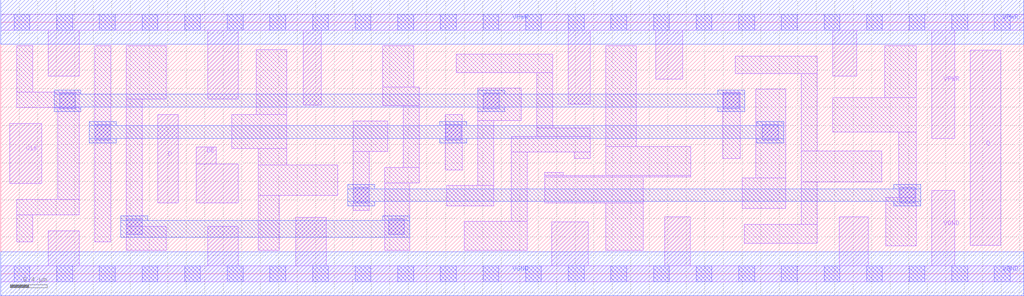
<source format=lef>
# Copyright 2020 The SkyWater PDK Authors
#
# Licensed under the Apache License, Version 2.0 (the "License");
# you may not use this file except in compliance with the License.
# You may obtain a copy of the License at
#
#     https://www.apache.org/licenses/LICENSE-2.0
#
# Unless required by applicable law or agreed to in writing, software
# distributed under the License is distributed on an "AS IS" BASIS,
# WITHOUT WARRANTIES OR CONDITIONS OF ANY KIND, either express or implied.
# See the License for the specific language governing permissions and
# limitations under the License.
#
# SPDX-License-Identifier: Apache-2.0

VERSION 5.7 ;
  NAMESCASESENSITIVE ON ;
  NOWIREEXTENSIONATPIN ON ;
  DIVIDERCHAR "/" ;
  BUSBITCHARS "[]" ;
UNITS
  DATABASE MICRONS 200 ;
END UNITS
MACRO sky130_fd_sc_hd__edfxtp_1
  CLASS CORE ;
  SOURCE USER ;
  FOREIGN sky130_fd_sc_hd__edfxtp_1 ;
  ORIGIN  0.000000  0.000000 ;
  SIZE  11.04000 BY  2.720000 ;
  SYMMETRY X Y R90 ;
  SITE unithd ;
  PIN D
    ANTENNAGATEAREA  0.159000 ;
    DIRECTION INPUT ;
    USE SIGNAL ;
    PORT
      LAYER li1 ;
        RECT 1.695000 0.765000 1.915000 1.720000 ;
    END
  END D
  PIN DE
    ANTENNAGATEAREA  0.318000 ;
    DIRECTION INPUT ;
    USE SIGNAL ;
    PORT
      LAYER li1 ;
        RECT 2.110000 0.765000 2.565000 1.185000 ;
        RECT 2.110000 1.185000 2.325000 1.370000 ;
    END
  END DE
  PIN Q
    ANTENNADIFFAREA  0.462000 ;
    DIRECTION OUTPUT ;
    USE SIGNAL ;
    PORT
      LAYER li1 ;
        RECT 10.465000 0.305000 10.795000 2.420000 ;
    END
  END Q
  PIN CLK
    ANTENNAGATEAREA  0.159000 ;
    DIRECTION INPUT ;
    USE CLOCK ;
    PORT
      LAYER li1 ;
        RECT 0.095000 0.975000 0.445000 1.625000 ;
    END
  END CLK
  PIN VGND
    DIRECTION INOUT ;
    SHAPE ABUTMENT ;
    USE GROUND ;
    PORT
      LAYER li1 ;
        RECT  0.000000 -0.085000 11.040000 0.085000 ;
        RECT  0.515000  0.085000  0.845000 0.465000 ;
        RECT  2.235000  0.085000  2.565000 0.515000 ;
        RECT  3.185000  0.085000  3.515000 0.610000 ;
        RECT  5.945000  0.085000  6.340000 0.560000 ;
        RECT  7.165000  0.085000  7.440000 0.615000 ;
        RECT  9.050000  0.085000  9.365000 0.615000 ;
        RECT 10.050000  0.085000 10.295000 0.900000 ;
      LAYER mcon ;
        RECT  0.145000 -0.085000  0.315000 0.085000 ;
        RECT  0.605000 -0.085000  0.775000 0.085000 ;
        RECT  1.065000 -0.085000  1.235000 0.085000 ;
        RECT  1.525000 -0.085000  1.695000 0.085000 ;
        RECT  1.985000 -0.085000  2.155000 0.085000 ;
        RECT  2.445000 -0.085000  2.615000 0.085000 ;
        RECT  2.905000 -0.085000  3.075000 0.085000 ;
        RECT  3.365000 -0.085000  3.535000 0.085000 ;
        RECT  3.825000 -0.085000  3.995000 0.085000 ;
        RECT  4.285000 -0.085000  4.455000 0.085000 ;
        RECT  4.745000 -0.085000  4.915000 0.085000 ;
        RECT  5.205000 -0.085000  5.375000 0.085000 ;
        RECT  5.665000 -0.085000  5.835000 0.085000 ;
        RECT  6.125000 -0.085000  6.295000 0.085000 ;
        RECT  6.585000 -0.085000  6.755000 0.085000 ;
        RECT  7.045000 -0.085000  7.215000 0.085000 ;
        RECT  7.505000 -0.085000  7.675000 0.085000 ;
        RECT  7.965000 -0.085000  8.135000 0.085000 ;
        RECT  8.425000 -0.085000  8.595000 0.085000 ;
        RECT  8.885000 -0.085000  9.055000 0.085000 ;
        RECT  9.345000 -0.085000  9.515000 0.085000 ;
        RECT  9.805000 -0.085000  9.975000 0.085000 ;
        RECT 10.265000 -0.085000 10.435000 0.085000 ;
        RECT 10.725000 -0.085000 10.895000 0.085000 ;
      LAYER met1 ;
        RECT 0.000000 -0.240000 11.040000 0.240000 ;
    END
  END VGND
  PIN VPWR
    DIRECTION INOUT ;
    SHAPE ABUTMENT ;
    USE POWER ;
    PORT
      LAYER li1 ;
        RECT  0.000000 2.635000 11.040000 2.805000 ;
        RECT  0.515000 2.135000  0.845000 2.635000 ;
        RECT  2.235000 1.890000  2.565000 2.635000 ;
        RECT  3.265000 1.825000  3.460000 2.635000 ;
        RECT  6.125000 1.835000  6.360000 2.635000 ;
        RECT  7.070000 2.105000  7.360000 2.635000 ;
        RECT  8.980000 2.135000  9.240000 2.635000 ;
        RECT 10.050000 1.465000 10.295000 2.635000 ;
      LAYER mcon ;
        RECT  0.145000 2.635000  0.315000 2.805000 ;
        RECT  0.605000 2.635000  0.775000 2.805000 ;
        RECT  1.065000 2.635000  1.235000 2.805000 ;
        RECT  1.525000 2.635000  1.695000 2.805000 ;
        RECT  1.985000 2.635000  2.155000 2.805000 ;
        RECT  2.445000 2.635000  2.615000 2.805000 ;
        RECT  2.905000 2.635000  3.075000 2.805000 ;
        RECT  3.365000 2.635000  3.535000 2.805000 ;
        RECT  3.825000 2.635000  3.995000 2.805000 ;
        RECT  4.285000 2.635000  4.455000 2.805000 ;
        RECT  4.745000 2.635000  4.915000 2.805000 ;
        RECT  5.205000 2.635000  5.375000 2.805000 ;
        RECT  5.665000 2.635000  5.835000 2.805000 ;
        RECT  6.125000 2.635000  6.295000 2.805000 ;
        RECT  6.585000 2.635000  6.755000 2.805000 ;
        RECT  7.045000 2.635000  7.215000 2.805000 ;
        RECT  7.505000 2.635000  7.675000 2.805000 ;
        RECT  7.965000 2.635000  8.135000 2.805000 ;
        RECT  8.425000 2.635000  8.595000 2.805000 ;
        RECT  8.885000 2.635000  9.055000 2.805000 ;
        RECT  9.345000 2.635000  9.515000 2.805000 ;
        RECT  9.805000 2.635000  9.975000 2.805000 ;
        RECT 10.265000 2.635000 10.435000 2.805000 ;
        RECT 10.725000 2.635000 10.895000 2.805000 ;
      LAYER met1 ;
        RECT 0.000000 2.480000 11.040000 2.960000 ;
    END
  END VPWR
  OBS
    LAYER li1 ;
      RECT 0.175000 0.345000 0.345000 0.635000 ;
      RECT 0.175000 0.635000 0.845000 0.805000 ;
      RECT 0.175000 1.795000 0.845000 1.965000 ;
      RECT 0.175000 1.965000 0.345000 2.465000 ;
      RECT 0.615000 0.805000 0.845000 1.795000 ;
      RECT 1.015000 0.345000 1.185000 2.465000 ;
      RECT 1.355000 0.255000 1.785000 0.515000 ;
      RECT 1.355000 0.515000 1.525000 1.890000 ;
      RECT 1.355000 1.890000 1.785000 2.465000 ;
      RECT 2.495000 1.355000 3.085000 1.720000 ;
      RECT 2.755000 1.720000 3.085000 2.425000 ;
      RECT 2.780000 0.255000 3.005000 0.845000 ;
      RECT 2.780000 0.845000 3.635000 1.175000 ;
      RECT 2.780000 1.175000 3.085000 1.355000 ;
      RECT 3.805000 0.685000 3.975000 1.320000 ;
      RECT 3.805000 1.320000 4.175000 1.650000 ;
      RECT 4.125000 1.820000 4.515000 2.020000 ;
      RECT 4.125000 2.020000 4.455000 2.465000 ;
      RECT 4.145000 0.255000 4.415000 0.980000 ;
      RECT 4.145000 0.980000 4.515000 1.150000 ;
      RECT 4.345000 1.150000 4.515000 1.820000 ;
      RECT 4.795000 1.125000 4.980000 1.720000 ;
      RECT 4.815000 0.735000 5.320000 0.955000 ;
      RECT 4.915000 2.175000 5.955000 2.375000 ;
      RECT 5.005000 0.255000 5.680000 0.565000 ;
      RECT 5.150000 0.955000 5.320000 1.655000 ;
      RECT 5.150000 1.655000 5.615000 2.005000 ;
      RECT 5.510000 0.565000 5.680000 1.315000 ;
      RECT 5.510000 1.315000 6.360000 1.485000 ;
      RECT 5.785000 1.485000 6.360000 1.575000 ;
      RECT 5.785000 1.575000 5.955000 2.175000 ;
      RECT 5.870000 0.765000 6.935000 1.045000 ;
      RECT 5.870000 1.045000 7.445000 1.065000 ;
      RECT 5.870000 1.065000 6.070000 1.095000 ;
      RECT 6.190000 1.245000 6.360000 1.315000 ;
      RECT 6.530000 0.255000 6.935000 0.765000 ;
      RECT 6.530000 1.065000 7.445000 1.375000 ;
      RECT 6.530000 1.375000 6.860000 2.465000 ;
      RECT 7.790000 1.245000 7.980000 1.965000 ;
      RECT 7.925000 2.165000 8.810000 2.355000 ;
      RECT 8.005000 0.705000 8.470000 1.035000 ;
      RECT 8.025000 0.330000 8.810000 0.535000 ;
      RECT 8.150000 1.035000 8.470000 1.995000 ;
      RECT 8.640000 0.535000 8.810000 0.995000 ;
      RECT 8.640000 0.995000 9.510000 1.325000 ;
      RECT 8.640000 1.325000 8.810000 2.165000 ;
      RECT 8.980000 1.530000 9.880000 1.905000 ;
      RECT 9.540000 1.905000 9.880000 2.465000 ;
      RECT 9.550000 0.300000 9.880000 0.825000 ;
      RECT 9.690000 0.825000 9.880000 1.530000 ;
    LAYER mcon ;
      RECT 0.635000 1.785000 0.805000 1.955000 ;
      RECT 1.015000 1.445000 1.185000 1.615000 ;
      RECT 1.355000 0.425000 1.525000 0.595000 ;
      RECT 3.805000 0.765000 3.975000 0.935000 ;
      RECT 4.185000 0.425000 4.355000 0.595000 ;
      RECT 4.800000 1.445000 4.970000 1.615000 ;
      RECT 5.210000 1.785000 5.380000 1.955000 ;
      RECT 7.800000 1.785000 7.970000 1.955000 ;
      RECT 8.220000 1.445000 8.390000 1.615000 ;
      RECT 9.700000 0.765000 9.870000 0.935000 ;
    LAYER met1 ;
      RECT 0.575000 1.755000 0.865000 1.800000 ;
      RECT 0.575000 1.800000 8.030000 1.940000 ;
      RECT 0.575000 1.940000 0.865000 1.985000 ;
      RECT 0.955000 1.415000 1.245000 1.460000 ;
      RECT 0.955000 1.460000 8.450000 1.600000 ;
      RECT 0.955000 1.600000 1.245000 1.645000 ;
      RECT 1.295000 0.395000 4.415000 0.580000 ;
      RECT 1.295000 0.580000 1.585000 0.625000 ;
      RECT 3.745000 0.735000 4.035000 0.780000 ;
      RECT 3.745000 0.780000 9.930000 0.920000 ;
      RECT 3.745000 0.920000 4.035000 0.965000 ;
      RECT 4.125000 0.580000 4.415000 0.625000 ;
      RECT 4.740000 1.415000 5.030000 1.460000 ;
      RECT 4.740000 1.600000 5.030000 1.645000 ;
      RECT 5.150000 1.755000 5.440000 1.800000 ;
      RECT 5.150000 1.940000 5.440000 1.985000 ;
      RECT 7.740000 1.755000 8.030000 1.800000 ;
      RECT 7.740000 1.940000 8.030000 1.985000 ;
      RECT 8.160000 1.415000 8.450000 1.460000 ;
      RECT 8.160000 1.600000 8.450000 1.645000 ;
      RECT 9.640000 0.735000 9.930000 0.780000 ;
      RECT 9.640000 0.920000 9.930000 0.965000 ;
  END
END sky130_fd_sc_hd__edfxtp_1
END LIBRARY

</source>
